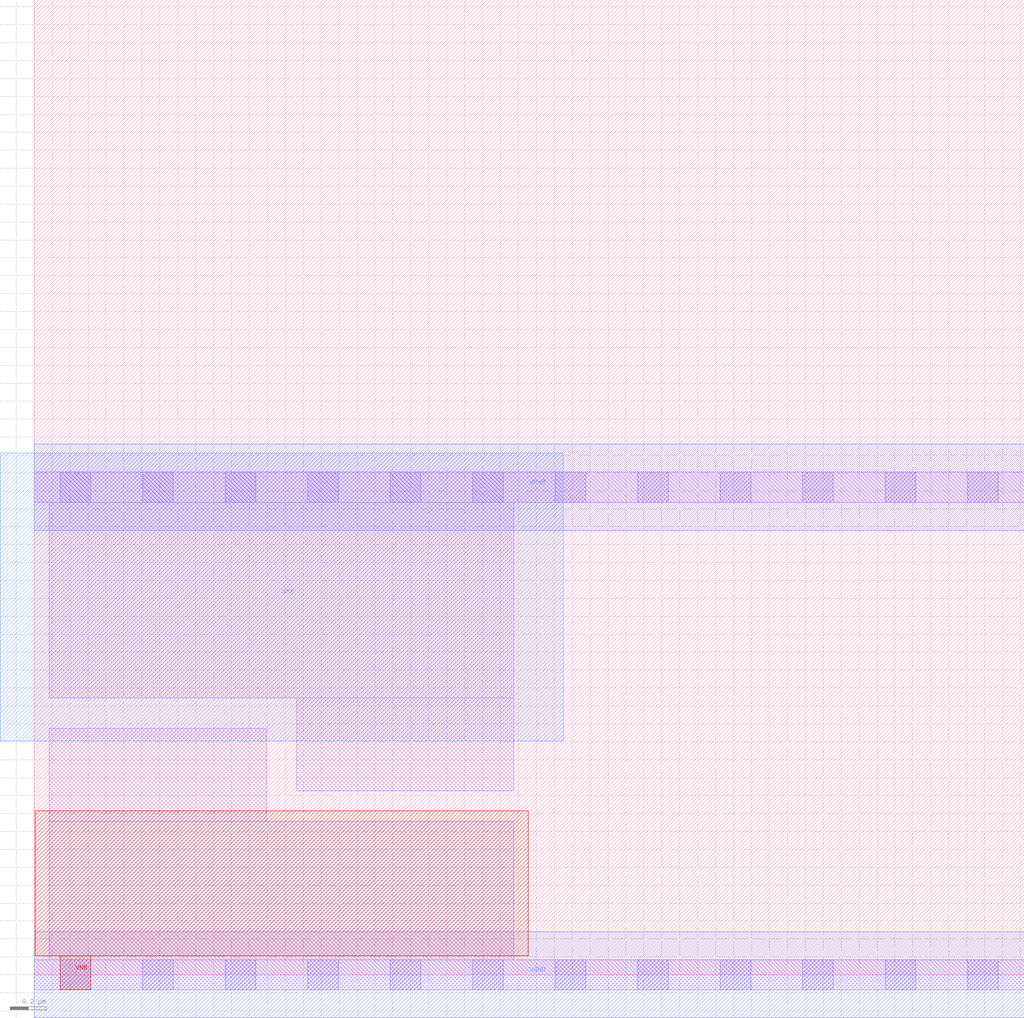
<source format=lef>
VERSION 5.7 ;
  NOWIREEXTENSIONATPIN ON ;
  DIVIDERCHAR "/" ;
  BUSBITCHARS "[]" ;
MACRO dummy_doubleheight 
  CLASS CORE ;
  FOREIGN dummy_doubleheight ;
  ORIGIN 0.000 0.000 ;
  SITE unithddbl ;
  SIZE 5.520 BY 5.440 ;
  PIN VPWR
    USE POWER ;
    PORT
      LAYER met1 ;
        RECT 0.000 2.480 5.520 2.960 ;
    END
  END VPWR
  PIN VGND
    USE GROUND ;
    PORT
      LAYER met1 ;
        RECT 0.000 -0.240 5.520 0.240 ;
    END
  END VGND
  PIN VPB
    DIRECTION INOUT ;
    USE POWER ;
    PORT
      LAYER nwell ;
        RECT -0.190 1.305 2.950 2.910 ;
    END
  END VPB
  PIN VNB
    DIRECTION INOUT ;
    USE GROUND ;
    PORT
      LAYER pwell ;
        RECT 0.005 0.105 2.755 0.915 ;
        RECT 0.145 -0.085 0.315 0.105 ;
    END
  END VNB
  OBS
      LAYER li1 ;
        RECT 0.000 2.635 5.520 2.805 ;
        RECT 0.085 1.545 2.675 2.635 ;
        RECT 0.085 0.855 1.295 1.375 ;
        RECT 1.465 1.025 2.675 1.545 ;
        RECT 0.085 0.085 2.675 0.855 ;
        RECT 0.000 -0.085 5.520 0.085 ;
      LAYER mcon ;
        RECT 0.145 2.635 0.315 2.805 ;
        RECT 0.605 2.635 0.775 2.805 ;
        RECT 1.065 2.635 1.235 2.805 ;
        RECT 1.525 2.635 1.695 2.805 ;
        RECT 1.985 2.635 2.155 2.805 ;
        RECT 2.445 2.635 2.615 2.805 ;
        RECT 2.905 2.635 3.075 2.805 ;
        RECT 3.365 2.635 3.535 2.805 ;
        RECT 3.825 2.635 3.995 2.805 ;
        RECT 4.285 2.635 4.455 2.805 ;
        RECT 4.745 2.635 4.915 2.805 ;
        RECT 5.205 2.635 5.375 2.805 ;
        RECT 0.145 -0.085 0.315 0.085 ;
        RECT 0.605 -0.085 0.775 0.085 ;
        RECT 1.065 -0.085 1.235 0.085 ;
        RECT 1.525 -0.085 1.695 0.085 ;
        RECT 1.985 -0.085 2.155 0.085 ;
        RECT 2.445 -0.085 2.615 0.085 ;
        RECT 2.905 -0.085 3.075 0.085 ;
        RECT 3.365 -0.085 3.535 0.085 ;
        RECT 3.825 -0.085 3.995 0.085 ;
        RECT 4.285 -0.085 4.455 0.085 ;
        RECT 4.745 -0.085 4.915 0.085 ;
        RECT 5.205 -0.085 5.375 0.085 ;
  END
END dummy_doubleheight

END LIBRARY
</source>
